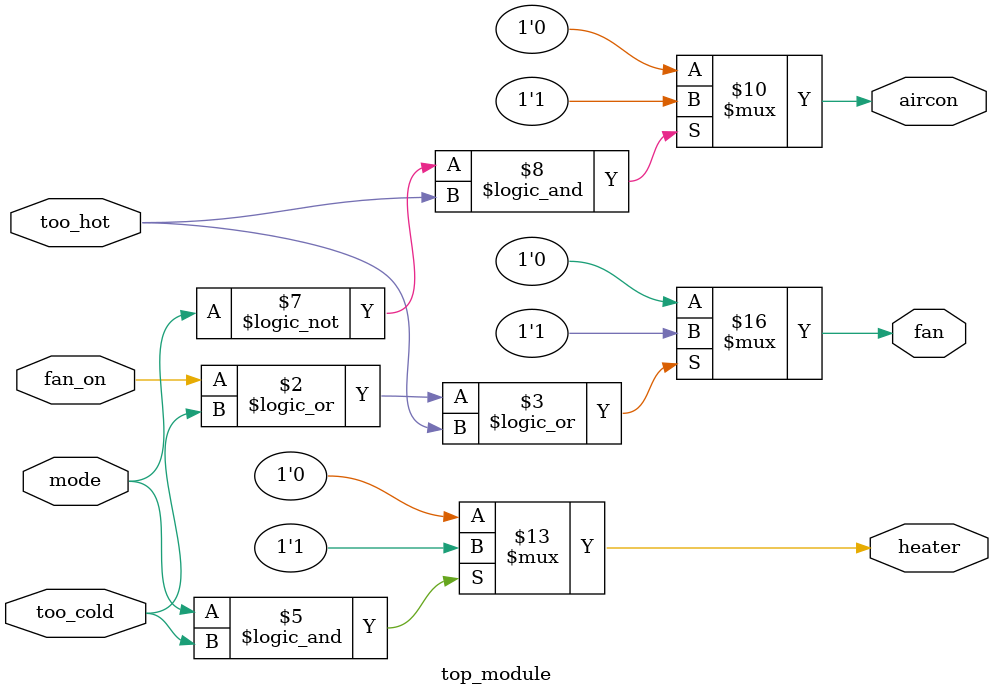
<source format=sv>
module top_module(
	input mode,
	input too_cold, 
	input too_hot,
	input fan_on,
	output reg heater,
	output reg aircon,
	output reg fan
);

	// Fan control
	always @(*)
	begin
		if(fan_on || too_cold || too_hot)
			fan = 1'b1;
		else
			fan = 1'b0;
	end

	// Heater control
	always @(*)
	begin
		if(mode && too_cold)
			heater = 1'b1;
		else
			heater = 1'b0;
	end

	// Aircon control
	always @(*)
	begin
		if(!mode && too_hot)
			aircon = 1'b1;
		else
			aircon = 1'b0;
	end

endmodule

</source>
